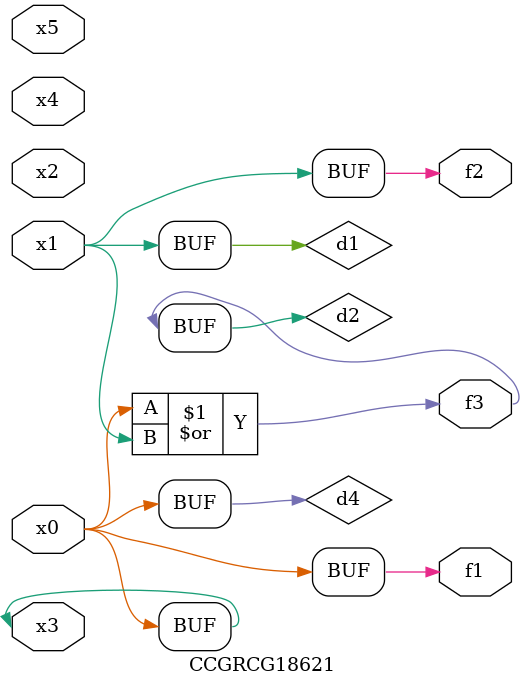
<source format=v>
module CCGRCG18621(
	input x0, x1, x2, x3, x4, x5,
	output f1, f2, f3
);

	wire d1, d2, d3, d4;

	and (d1, x1);
	or (d2, x0, x1);
	nand (d3, x0, x5);
	buf (d4, x0, x3);
	assign f1 = d4;
	assign f2 = d1;
	assign f3 = d2;
endmodule

</source>
